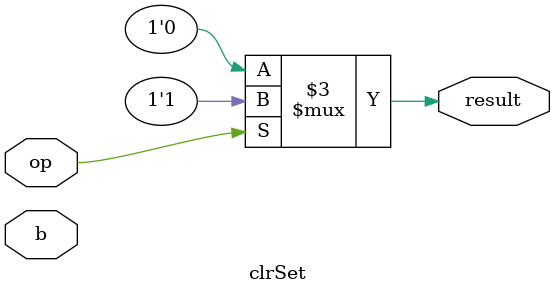
<source format=v>
`timescale 1ns / 1ps

module clrSet(b, result, op);
    
    input b, op;
    output wire result;
    
    assign result = op? b|1'b1 : b&1'b0; 
    
endmodule

</source>
